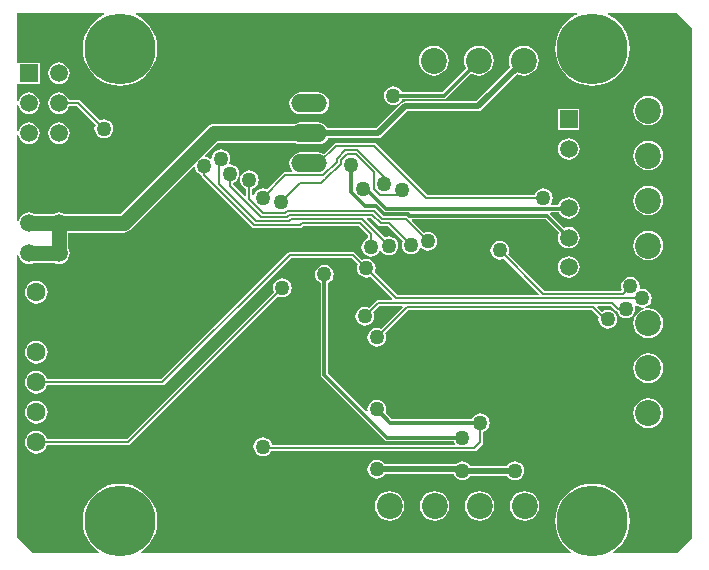
<source format=gbl>
G04 Attributes manually added*
%TF.Part,Single*%
%TF.FileFunction,Copper,L2,Bot,Signal*%
%TF.FilePolarity,Positive*%
%TF.SameCoordinates*%
%TF.CreationDate,2022-11-29T19:00:00+08:00*%
%TF.GenerationSoftware,Steve,gerbv*%
%FSLAX24Y24*%
%MOIN*%
G70*
G01*
G75*
G04 Layer_Physical_Order=2*
G04 Layer_Color=16711680*
%TAFoo,bar*%
%TA$baz*%
%ADD10R,0.0512X0.0591*%
%ADD11R,0.0453X0.0118*%
%ADD12R,0.0709X0.0512*%
%ADD13R,0.0551X0.0472*%
%ADD14R,0.0591X0.0512*%
G04:AMPARAMS|DCode=15|XSize=33.5mil|YSize=15.7mil|CornerRadius=0mil|HoleSize=0mil|Usage=FLASHONLY|Rotation=225.000|XOffset=0mil|YOffset=0mil|HoleType=Round|Shape=Rectangle|*
%AMROTATEDRECTD15*
4,1,4,0.0063,0.0174,0.0174,0.0063,-0.0063,-0.0174,-0.0174,-0.0063,0.0063,0.0174,0.0*
%
%ADD15ROTATEDRECTD15*%

%ADD16O,0.0098X0.0610*%
%ADD17O,0.0610X0.0098*%
%ADD18R,0.1000X0.0600*%
%ADD19R,0.0600X0.1000*%
G04 aperture attribs can be modified...*
%TA$baz,mango*%
%ADD20R,0.0906X0.0906*%
%ADD21R,0.0472X0.0551*%
%ADD22R,0.0591X0.0236*%
%ADD23R,0.0512X0.0709*%
%ADD24C,0.0120*%
%ADD25C,0.0200*%
%ADD26C,0.0080*%
%ADD27C,0.0500*%
%ADD28C,0.0250*%
%ADD29C,0.0400*%
%TAFoo,bumble*%
%ADD30R,0.1260X0.2756*%
%ADD31C,0.0591*%
%ADD32R,0.0591X0.0591*%
%ADD33C,0.2362*%
%ADD34C,0.0866*%
%ADD35C,0.0630*%
%ADD36O,0.1200X0.0600*%
%ADD37C,0.0500*%
%TAMyRegionType,ground plane*%
%TOMyObjectType,g36 region*%
G04 following region should get both object and aperture attrs...*
G36*
X23000Y18000D02*
Y1000D01*
X22500Y500D01*
X20399D01*
X20385Y548D01*
X20417Y568D01*
X20565Y694D01*
X20692Y843D01*
X20794Y1010D01*
X20869Y1190D01*
X20915Y1380D01*
X20930Y1575D01*
X20915Y1770D01*
X20869Y1960D01*
X20794Y2140D01*
X20692Y2307D01*
X20565Y2455D01*
X20417Y2582D01*
X20250Y2684D01*
X20070Y2759D01*
X19880Y2804D01*
X19685Y2820D01*
X19490Y2804D01*
X19300Y2759D01*
X19120Y2684D01*
X18953Y2582D01*
X18805Y2455D01*
X18678Y2307D01*
X18576Y2140D01*
X18501Y1960D01*
X18455Y1770D01*
X18440Y1575D01*
X18455Y1380D01*
X18501Y1190D01*
X18576Y1010D01*
X18678Y843D01*
X18805Y694D01*
X18953Y568D01*
X18985Y548D01*
X18972Y500D01*
X4651D01*
X4637Y548D01*
X4669Y568D01*
X4817Y694D01*
X4944Y843D01*
X5046Y1010D01*
X5121Y1190D01*
X5167Y1380D01*
X5182Y1575D01*
X5167Y1770D01*
X5121Y1960D01*
X5046Y2140D01*
X4944Y2307D01*
X4817Y2455D01*
X4669Y2582D01*
X4502Y2684D01*
X4322Y2759D01*
X4132Y2804D01*
X3937Y2820D01*
X3742Y2804D01*
X3552Y2759D01*
X3372Y2684D01*
X3205Y2582D01*
X3057Y2455D01*
X2930Y2307D01*
X2828Y2140D01*
X2753Y1960D01*
X2707Y1770D01*
X2692Y1575D01*
X2707Y1380D01*
X2753Y1190D01*
X2828Y1010D01*
X2930Y843D01*
X3057Y694D01*
X3205Y568D01*
X3237Y548D01*
X3223Y500D01*
X1050D01*
X500Y1050D01*
Y10433D01*
X550Y10437D01*
X554Y10407D01*
X590Y10321D01*
X647Y10247D01*
X721Y10190D01*
X807Y10154D01*
X900Y10142D01*
X993Y10154D01*
X1074Y10187D01*
X1726D01*
X1807Y10154D01*
X1900Y10142D01*
X1993Y10154D01*
X2079Y10190D01*
X2153Y10247D01*
X2210Y10321D01*
X2246Y10407D01*
X2258Y10500D01*
X2246Y10593D01*
X2213Y10674D01*
Y11187D01*
X4058D01*
X4058Y11187D01*
X4139Y11198D01*
X4214Y11229D01*
X4279Y11279D01*
X6388Y13388D01*
X6441Y13370D01*
X6448Y13319D01*
X6479Y13244D01*
X6529Y13179D01*
X6594Y13129D01*
X6648Y13107D01*
Y13100D01*
X6656Y13061D01*
X6678Y13028D01*
X8348Y11358D01*
X8381Y11336D01*
X8420Y11328D01*
X9935D01*
X9974Y11336D01*
X10007Y11358D01*
X10047Y11398D01*
X11908D01*
X12198Y11108D01*
Y10993D01*
X12144Y10971D01*
X12079Y10921D01*
X12029Y10856D01*
X11998Y10781D01*
X11987Y10700D01*
X11998Y10619D01*
X12029Y10544D01*
X12079Y10479D01*
X12144Y10429D01*
X12219Y10398D01*
X12300Y10387D01*
X12381Y10398D01*
X12456Y10429D01*
X12521Y10479D01*
X12571Y10544D01*
X12583Y10574D01*
X12595Y10579D01*
X12640Y10580D01*
X12679Y10529D01*
X12744Y10479D01*
X12819Y10448D01*
X12900Y10437D01*
X12981Y10448D01*
X13056Y10479D01*
X13121Y10529D01*
X13171Y10594D01*
X13202Y10669D01*
X13213Y10750D01*
X13202Y10831D01*
X13171Y10906D01*
X13121Y10971D01*
X13056Y11021D01*
X12981Y11052D01*
X12900Y11063D01*
X12819Y11052D01*
X12765Y11029D01*
X12162Y11632D01*
X12181Y11678D01*
X12299D01*
X12549Y11428D01*
X12582Y11406D01*
X12621Y11398D01*
X12874D01*
X13361Y10912D01*
X13338Y10857D01*
X13327Y10777D01*
X13338Y10696D01*
X13369Y10620D01*
X13419Y10555D01*
X13484Y10506D01*
X13559Y10474D01*
X13640Y10464D01*
X13721Y10474D01*
X13796Y10506D01*
X13861Y10555D01*
X13911Y10620D01*
X13928Y10663D01*
X13954Y10671D01*
X13987Y10673D01*
X14044Y10629D01*
X14119Y10598D01*
X14200Y10587D01*
X14281Y10598D01*
X14356Y10629D01*
X14421Y10679D01*
X14471Y10744D01*
X14502Y10819D01*
X14513Y10900D01*
X14502Y10981D01*
X14471Y11056D01*
X14421Y11121D01*
X14356Y11171D01*
X14281Y11202D01*
X14200Y11213D01*
X14119Y11202D01*
X14065Y11179D01*
X13663Y11581D01*
X13682Y11628D01*
X18121D01*
X18575Y11173D01*
X18552Y11116D01*
X18539Y11024D01*
X18552Y10931D01*
X18587Y10844D01*
X18644Y10770D01*
X18718Y10713D01*
X18805Y10677D01*
X18898Y10665D01*
X18990Y10677D01*
X19077Y10713D01*
X19151Y10770D01*
X19208Y10844D01*
X19244Y10931D01*
X19256Y11024D01*
X19244Y11116D01*
X19208Y11203D01*
X19151Y11277D01*
X19077Y11334D01*
X18990Y11370D01*
X18898Y11382D01*
X18805Y11370D01*
X18748Y11346D01*
X18287Y11808D01*
X18307Y11858D01*
X18575D01*
X18587Y11829D01*
X18644Y11754D01*
X18718Y11698D01*
X18805Y11662D01*
X18898Y11650D01*
X18990Y11662D01*
X19077Y11698D01*
X19151Y11754D01*
X19208Y11829D01*
X19244Y11915D01*
X19256Y12008D01*
X19244Y12101D01*
X19208Y12187D01*
X19151Y12261D01*
X19077Y12318D01*
X18990Y12354D01*
X18898Y12366D01*
X18805Y12354D01*
X18718Y12318D01*
X18644Y12261D01*
X18587Y12187D01*
X18552Y12102D01*
X18314D01*
X18289Y12152D01*
X18321Y12194D01*
X18352Y12269D01*
X18363Y12350D01*
X18352Y12431D01*
X18321Y12506D01*
X18271Y12571D01*
X18206Y12621D01*
X18131Y12652D01*
X18050Y12663D01*
X17969Y12652D01*
X17894Y12621D01*
X17829Y12571D01*
X17779Y12506D01*
X17757Y12452D01*
X14192D01*
X12492Y14152D01*
X12459Y14174D01*
X12420Y14182D01*
X11130D01*
X11091Y14174D01*
X11058Y14152D01*
X10724Y13818D01*
X10644Y13851D01*
X10550Y13863D01*
X9950D01*
X9856Y13851D01*
X9768Y13814D01*
X9693Y13757D01*
X9636Y13682D01*
X9599Y13594D01*
X9587Y13500D01*
X9599Y13406D01*
X9636Y13318D01*
X9687Y13252D01*
X9672Y13202D01*
X9450D01*
X9411Y13194D01*
X9378Y13172D01*
X8835Y12629D01*
X8781Y12652D01*
X8700Y12663D01*
X8619Y12652D01*
X8544Y12621D01*
X8479Y12571D01*
X8429Y12506D01*
X8402Y12441D01*
X8352Y12450D01*
Y12657D01*
X8406Y12679D01*
X8471Y12729D01*
X8521Y12794D01*
X8552Y12869D01*
X8563Y12950D01*
X8552Y13031D01*
X8521Y13106D01*
X8471Y13171D01*
X8406Y13221D01*
X8331Y13252D01*
X8250Y13263D01*
X8169Y13252D01*
X8094Y13221D01*
X8029Y13171D01*
X7979Y13106D01*
X7948Y13031D01*
X7937Y12950D01*
X7948Y12869D01*
X7979Y12794D01*
X8029Y12729D01*
X8094Y12679D01*
X8148Y12657D01*
Y12419D01*
X8102Y12399D01*
X7702Y12799D01*
Y12857D01*
X7756Y12879D01*
X7821Y12929D01*
X7871Y12994D01*
X7902Y13069D01*
X7913Y13150D01*
X7902Y13231D01*
X7871Y13306D01*
X7821Y13371D01*
X7756Y13421D01*
X7681Y13452D01*
X7609Y13461D01*
X7599Y13470D01*
X7592Y13480D01*
X7578Y13510D01*
X7602Y13569D01*
X7613Y13650D01*
X7602Y13731D01*
X7571Y13806D01*
X7521Y13871D01*
X7456Y13921D01*
X7381Y13952D01*
X7300Y13963D01*
X7219Y13952D01*
X7144Y13921D01*
X7079Y13871D01*
X7029Y13806D01*
X6998Y13731D01*
X6990Y13670D01*
X6946Y13647D01*
X6938Y13646D01*
X6906Y13671D01*
X6831Y13702D01*
X6780Y13709D01*
X6762Y13762D01*
X7188Y14187D01*
X9766D01*
X9768Y14186D01*
X9856Y14149D01*
X9950Y14137D01*
X10550D01*
X10644Y14149D01*
X10732Y14186D01*
X10807Y14243D01*
X10864Y14318D01*
X10872Y14337D01*
X12550D01*
X12612Y14349D01*
X12665Y14385D01*
X13518Y15237D01*
X15872D01*
X15935Y15249D01*
X15988Y15285D01*
X17179Y16476D01*
X17265Y16441D01*
X17394Y16424D01*
X17522Y16441D01*
X17642Y16491D01*
X17745Y16570D01*
X17824Y16673D01*
X17874Y16793D01*
X17891Y16921D01*
X17874Y17050D01*
X17824Y17170D01*
X17745Y17273D01*
X17642Y17352D01*
X17522Y17402D01*
X17394Y17419D01*
X17265Y17402D01*
X17145Y17352D01*
X17042Y17273D01*
X16963Y17170D01*
X16913Y17050D01*
X16896Y16921D01*
X16913Y16793D01*
X16949Y16707D01*
X15805Y15563D01*
X13450D01*
X13388Y15551D01*
X13335Y15515D01*
X12482Y14663D01*
X10872D01*
X10864Y14682D01*
X10807Y14757D01*
X10732Y14814D01*
X10644Y14851D01*
X10550Y14863D01*
X9950D01*
X9856Y14851D01*
X9768Y14814D01*
X9766Y14813D01*
X7058D01*
X7058Y14813D01*
X7018Y14807D01*
X6977Y14802D01*
X6939Y14786D01*
X6902Y14771D01*
X6865Y14743D01*
X6837Y14721D01*
X6837Y14721D01*
X3929Y11813D01*
X2074D01*
X1993Y11846D01*
X1900Y11858D01*
X1807Y11846D01*
X1726Y11813D01*
X1074D01*
X993Y11846D01*
X900Y11858D01*
X807Y11846D01*
X721Y11810D01*
X647Y11753D01*
X590Y11679D01*
X554Y11593D01*
X550Y11563D01*
X500Y11567D01*
Y14433D01*
X550Y14437D01*
X554Y14407D01*
X590Y14321D01*
X647Y14247D01*
X721Y14190D01*
X807Y14154D01*
X900Y14142D01*
X993Y14154D01*
X1079Y14190D01*
X1153Y14247D01*
X1210Y14321D01*
X1246Y14407D01*
X1258Y14500D01*
X1246Y14593D01*
X1210Y14679D01*
X1153Y14753D01*
X1079Y14810D01*
X993Y14846D01*
X900Y14858D01*
X807Y14846D01*
X721Y14810D01*
X647Y14753D01*
X590Y14679D01*
X554Y14593D01*
X550Y14563D01*
X500Y14567D01*
Y15433D01*
X550Y15437D01*
X554Y15407D01*
X590Y15321D01*
X647Y15247D01*
X721Y15190D01*
X807Y15154D01*
X900Y15142D01*
X993Y15154D01*
X1079Y15190D01*
X1153Y15247D01*
X1210Y15321D01*
X1246Y15407D01*
X1258Y15500D01*
X1246Y15593D01*
X1210Y15679D01*
X1153Y15753D01*
X1079Y15810D01*
X993Y15846D01*
X900Y15858D01*
X807Y15846D01*
X721Y15810D01*
X647Y15753D01*
X590Y15679D01*
X554Y15593D01*
X550Y15563D01*
X500Y15567D01*
Y16132D01*
X545Y16145D01*
X550Y16145D01*
X1255D01*
Y16855D01*
X550D01*
X545Y16855D01*
X500Y16868D01*
Y18500D01*
X3408D01*
X3417Y18451D01*
X3372Y18432D01*
X3205Y18330D01*
X3057Y18203D01*
X2930Y18055D01*
X2828Y17888D01*
X2753Y17708D01*
X2707Y17518D01*
X2692Y17323D01*
X2707Y17128D01*
X2753Y16938D01*
X2828Y16758D01*
X2930Y16591D01*
X3057Y16443D01*
X3205Y16316D01*
X3372Y16214D01*
X3552Y16139D01*
X3742Y16093D01*
X3937Y16078D01*
X4132Y16093D01*
X4322Y16139D01*
X4502Y16214D01*
X4669Y16316D01*
X4817Y16443D01*
X4944Y16591D01*
X5046Y16758D01*
X5121Y16938D01*
X5167Y17128D01*
X5182Y17323D01*
X5167Y17518D01*
X5121Y17708D01*
X5046Y17888D01*
X4944Y18055D01*
X4817Y18203D01*
X4669Y18330D01*
X4502Y18432D01*
X4457Y18451D01*
X4466Y18500D01*
X19156D01*
X19165Y18451D01*
X19120Y18432D01*
X18953Y18330D01*
X18805Y18203D01*
X18678Y18055D01*
X18576Y17888D01*
X18501Y17708D01*
X18455Y17518D01*
X18440Y17323D01*
X18455Y17128D01*
X18501Y16938D01*
X18576Y16758D01*
X18678Y16591D01*
X18805Y16443D01*
X18953Y16316D01*
X19120Y16214D01*
X19300Y16139D01*
X19490Y16093D01*
X19685Y16078D01*
X19880Y16093D01*
X20070Y16139D01*
X20250Y16214D01*
X20417Y16316D01*
X20565Y16443D01*
X20692Y16591D01*
X20794Y16758D01*
X20869Y16938D01*
X20915Y17128D01*
X20930Y17323D01*
X20915Y17518D01*
X20869Y17708D01*
X20794Y17888D01*
X20692Y18055D01*
X20565Y18203D01*
X20417Y18330D01*
X20250Y18432D01*
X20205Y18451D01*
X20214Y18500D01*
X22500D01*
X23000Y18000D01*
D02*
G37*
%LPC*%
%TAMyRegionType,ground plane thermal clear*%
%TOMyObjectType,g36 clear region*%
G36*
X1150Y7578D02*
X1052Y7565D01*
X961Y7528D01*
X883Y7467D01*
X822Y7389D01*
X785Y7298D01*
X772Y7200D01*
X785Y7102D01*
X822Y7011D01*
X883Y6933D01*
X961Y6872D01*
X1052Y6835D01*
X1150Y6822D01*
X1248Y6835D01*
X1339Y6872D01*
X1417Y6933D01*
X1478Y7011D01*
X1515Y7102D01*
X1528Y7200D01*
X1515Y7298D01*
X1478Y7389D01*
X1417Y7467D01*
X1339Y7528D01*
X1248Y7565D01*
X1150Y7578D01*
D02*
G37*
G36*
X21547Y7167D02*
X21419Y7150D01*
X21299Y7100D01*
X21196Y7021D01*
X21117Y6918D01*
X21067Y6798D01*
X21050Y6669D01*
X21067Y6541D01*
X21117Y6421D01*
X21196Y6318D01*
X21299Y6239D01*
X21419Y6189D01*
X21547Y6172D01*
X21676Y6189D01*
X21796Y6239D01*
X21899Y6318D01*
X21978Y6421D01*
X22028Y6541D01*
X22045Y6669D01*
X22028Y6798D01*
X21978Y6918D01*
X21899Y7021D01*
X21796Y7100D01*
X21676Y7150D01*
X21547Y7167D01*
D02*
G37*
G36*
X1150Y5578D02*
X1052Y5565D01*
X961Y5528D01*
X883Y5467D01*
X822Y5389D01*
X785Y5298D01*
X772Y5200D01*
X785Y5102D01*
X822Y5011D01*
X883Y4933D01*
X961Y4872D01*
X1052Y4835D01*
X1150Y4822D01*
X1248Y4835D01*
X1339Y4872D01*
X1417Y4933D01*
X1478Y5011D01*
X1515Y5102D01*
X1528Y5200D01*
X1515Y5298D01*
X1478Y5389D01*
X1417Y5467D01*
X1339Y5528D01*
X1248Y5565D01*
X1150Y5578D01*
D02*
G37*
G36*
X9350Y9663D02*
X9269Y9652D01*
X9194Y9621D01*
X9129Y9571D01*
X9079Y9506D01*
X9048Y9431D01*
X9037Y9350D01*
X9048Y9269D01*
X9071Y9215D01*
X4158Y4302D01*
X1514D01*
X1478Y4389D01*
X1417Y4467D01*
X1339Y4528D01*
X1248Y4565D01*
X1150Y4578D01*
X1052Y4565D01*
X961Y4528D01*
X883Y4467D01*
X822Y4389D01*
X785Y4298D01*
X772Y4200D01*
X785Y4102D01*
X822Y4011D01*
X883Y3933D01*
X961Y3872D01*
X1052Y3835D01*
X1150Y3822D01*
X1248Y3835D01*
X1339Y3872D01*
X1417Y3933D01*
X1478Y4011D01*
X1514Y4098D01*
X4200D01*
X4239Y4106D01*
X4272Y4128D01*
X9215Y9071D01*
X9269Y9048D01*
X9350Y9037D01*
X9431Y9048D01*
X9506Y9079D01*
X9571Y9129D01*
X9621Y9194D01*
X9652Y9269D01*
X9663Y9350D01*
X9652Y9431D01*
X9621Y9506D01*
X9571Y9571D01*
X9506Y9621D01*
X9431Y9652D01*
X9350Y9663D01*
D02*
G37*
G04 Delete attrs.  Check export consistent with this.*
%TDMyRegionType*%
%TDMyObjectType*%
G36*
X1150Y9578D02*
X1052Y9565D01*
X961Y9528D01*
X883Y9467D01*
X822Y9389D01*
X785Y9298D01*
X772Y9200D01*
X785Y9102D01*
X822Y9011D01*
X883Y8933D01*
X961Y8872D01*
X1052Y8835D01*
X1150Y8822D01*
X1248Y8835D01*
X1339Y8872D01*
X1417Y8933D01*
X1478Y9011D01*
X1515Y9102D01*
X1528Y9200D01*
X1515Y9298D01*
X1478Y9389D01*
X1417Y9467D01*
X1339Y9528D01*
X1248Y9565D01*
X1150Y9578D01*
D02*
G37*
G36*
X16600Y10913D02*
X16519Y10902D01*
X16444Y10871D01*
X16379Y10821D01*
X16329Y10756D01*
X16298Y10681D01*
X16287Y10600D01*
X16298Y10519D01*
X16329Y10444D01*
X16379Y10379D01*
X16444Y10329D01*
X16519Y10298D01*
X16600Y10287D01*
X16681Y10298D01*
X16735Y10321D01*
X17908Y9148D01*
X17889Y9102D01*
X13192D01*
X12429Y9865D01*
X12452Y9919D01*
X12463Y10000D01*
X12452Y10081D01*
X12421Y10156D01*
X12371Y10221D01*
X12306Y10271D01*
X12231Y10302D01*
X12150Y10313D01*
X12069Y10302D01*
X12015Y10280D01*
X11772Y10522D01*
X11739Y10544D01*
X11700Y10552D01*
X9600D01*
X9561Y10544D01*
X9528Y10522D01*
X5308Y6302D01*
X1514D01*
X1478Y6389D01*
X1417Y6467D01*
X1339Y6528D01*
X1248Y6565D01*
X1150Y6578D01*
X1052Y6565D01*
X961Y6528D01*
X883Y6467D01*
X822Y6389D01*
X785Y6298D01*
X772Y6200D01*
X785Y6102D01*
X822Y6011D01*
X883Y5933D01*
X961Y5872D01*
X1052Y5835D01*
X1150Y5822D01*
X1248Y5835D01*
X1339Y5872D01*
X1417Y5933D01*
X1478Y6011D01*
X1514Y6098D01*
X5350D01*
X5389Y6106D01*
X5422Y6128D01*
X9642Y10348D01*
X11658D01*
X11870Y10135D01*
X11848Y10081D01*
X11837Y10000D01*
X11848Y9919D01*
X11879Y9844D01*
X11929Y9779D01*
X11994Y9729D01*
X12069Y9698D01*
X12150Y9687D01*
X12231Y9698D01*
X12285Y9721D01*
X13008Y8998D01*
X12989Y8952D01*
X12550D01*
X12511Y8944D01*
X12478Y8922D01*
X12235Y8680D01*
X12181Y8702D01*
X12100Y8713D01*
X12019Y8702D01*
X11944Y8671D01*
X11879Y8621D01*
X11829Y8556D01*
X11798Y8481D01*
X11787Y8400D01*
X11798Y8319D01*
X11829Y8244D01*
X11879Y8179D01*
X11944Y8129D01*
X12019Y8098D01*
X12100Y8087D01*
X12181Y8098D01*
X12256Y8129D01*
X12321Y8179D01*
X12371Y8244D01*
X12402Y8319D01*
X12413Y8400D01*
X12402Y8481D01*
X12379Y8535D01*
X12592Y8748D01*
X13339D01*
X13358Y8702D01*
X12635Y7980D01*
X12581Y8002D01*
X12500Y8013D01*
X12419Y8002D01*
X12344Y7971D01*
X12279Y7921D01*
X12229Y7856D01*
X12198Y7781D01*
X12187Y7700D01*
X12198Y7619D01*
X12229Y7544D01*
X12279Y7479D01*
X12344Y7429D01*
X12419Y7398D01*
X12500Y7387D01*
X12581Y7398D01*
X12656Y7429D01*
X12721Y7479D01*
X12771Y7544D01*
X12802Y7619D01*
X12813Y7700D01*
X12802Y7781D01*
X12780Y7835D01*
X13542Y8598D01*
X19658D01*
X19895Y8361D01*
X19887Y8300D01*
X19898Y8219D01*
X19929Y8144D01*
X19979Y8079D01*
X20044Y8029D01*
X20119Y7998D01*
X20200Y7987D01*
X20281Y7998D01*
X20356Y8029D01*
X20421Y8079D01*
X20471Y8144D01*
X20502Y8219D01*
X20513Y8300D01*
X20502Y8381D01*
X20471Y8456D01*
X20421Y8521D01*
X20356Y8571D01*
X20281Y8602D01*
X20200Y8613D01*
X20119Y8602D01*
X20044Y8571D01*
X20004Y8540D01*
X19842Y8702D01*
X19861Y8748D01*
X20308D01*
X20478Y8578D01*
X20501Y8563D01*
X20529Y8494D01*
X20579Y8429D01*
X20644Y8379D01*
X20719Y8348D01*
X20800Y8337D01*
X20881Y8348D01*
X20956Y8379D01*
X21021Y8429D01*
X21071Y8494D01*
X21102Y8569D01*
X21113Y8650D01*
X21102Y8731D01*
X21099Y8739D01*
X21140Y8771D01*
X21194Y8729D01*
X21269Y8698D01*
X21350Y8687D01*
X21392Y8693D01*
X21405Y8644D01*
X21299Y8600D01*
X21196Y8521D01*
X21117Y8418D01*
X21067Y8298D01*
X21050Y8169D01*
X21067Y8041D01*
X21117Y7921D01*
X21196Y7818D01*
X21299Y7739D01*
X21419Y7689D01*
X21547Y7672D01*
X21676Y7689D01*
X21796Y7739D01*
X21899Y7818D01*
X21978Y7921D01*
X22028Y8041D01*
X22045Y8169D01*
X22028Y8298D01*
X21978Y8418D01*
X21899Y8521D01*
X21796Y8600D01*
X21676Y8650D01*
X21547Y8667D01*
X21457Y8655D01*
X21444Y8703D01*
X21506Y8729D01*
X21571Y8779D01*
X21621Y8844D01*
X21652Y8919D01*
X21663Y9000D01*
X21652Y9081D01*
X21621Y9156D01*
X21571Y9221D01*
X21506Y9271D01*
X21431Y9302D01*
X21350Y9313D01*
X21298Y9306D01*
X21297Y9306D01*
X21256Y9347D01*
X21256Y9348D01*
X21263Y9400D01*
X21252Y9481D01*
X21221Y9556D01*
X21171Y9621D01*
X21106Y9671D01*
X21031Y9702D01*
X20950Y9713D01*
X20869Y9702D01*
X20794Y9671D01*
X20729Y9621D01*
X20679Y9556D01*
X20648Y9481D01*
X20637Y9400D01*
X20648Y9319D01*
X20655Y9302D01*
X20622Y9252D01*
X18092D01*
X16880Y10465D01*
X16902Y10519D01*
X16913Y10600D01*
X16902Y10681D01*
X16871Y10756D01*
X16821Y10821D01*
X16756Y10871D01*
X16681Y10902D01*
X16600Y10913D01*
D02*
G37*
G36*
X21547Y5667D02*
X21419Y5650D01*
X21299Y5600D01*
X21196Y5521D01*
X21117Y5418D01*
X21067Y5298D01*
X21050Y5169D01*
X21067Y5041D01*
X21117Y4921D01*
X21196Y4818D01*
X21299Y4739D01*
X21419Y4689D01*
X21547Y4672D01*
X21676Y4689D01*
X21796Y4739D01*
X21899Y4818D01*
X21978Y4921D01*
X22028Y5041D01*
X22045Y5169D01*
X22028Y5298D01*
X21978Y5418D01*
X21899Y5521D01*
X21796Y5600D01*
X21676Y5650D01*
X21547Y5667D01*
D02*
G37*
G36*
X15921Y2572D02*
X15793Y2555D01*
X15673Y2506D01*
X15570Y2426D01*
X15491Y2323D01*
X15441Y2204D01*
X15424Y2075D01*
X15441Y1946D01*
X15491Y1826D01*
X15570Y1723D01*
X15673Y1644D01*
X15793Y1594D01*
X15921Y1577D01*
X16050Y1594D01*
X16170Y1644D01*
X16273Y1723D01*
X16352Y1826D01*
X16402Y1946D01*
X16419Y2075D01*
X16402Y2204D01*
X16352Y2323D01*
X16273Y2426D01*
X16170Y2506D01*
X16050Y2555D01*
X15921Y2572D01*
D02*
G37*
G36*
X14421D02*
X14293Y2555D01*
X14173Y2506D01*
X14070Y2426D01*
X13991Y2323D01*
X13941Y2204D01*
X13924Y2075D01*
X13941Y1946D01*
X13991Y1826D01*
X14070Y1723D01*
X14173Y1644D01*
X14293Y1594D01*
X14421Y1577D01*
X14550Y1594D01*
X14670Y1644D01*
X14773Y1723D01*
X14852Y1826D01*
X14902Y1946D01*
X14919Y2075D01*
X14902Y2204D01*
X14852Y2323D01*
X14773Y2426D01*
X14670Y2506D01*
X14550Y2555D01*
X14421Y2572D01*
D02*
G37*
G36*
X12921D02*
X12793Y2555D01*
X12673Y2506D01*
X12570Y2426D01*
X12491Y2323D01*
X12441Y2204D01*
X12424Y2075D01*
X12441Y1946D01*
X12491Y1826D01*
X12570Y1723D01*
X12673Y1644D01*
X12793Y1594D01*
X12921Y1577D01*
X13050Y1594D01*
X13170Y1644D01*
X13273Y1723D01*
X13352Y1826D01*
X13402Y1946D01*
X13419Y2075D01*
X13402Y2204D01*
X13352Y2323D01*
X13273Y2426D01*
X13170Y2506D01*
X13050Y2555D01*
X12921Y2572D01*
D02*
G37*
G36*
X10750Y10113D02*
X10669Y10102D01*
X10594Y10071D01*
X10529Y10021D01*
X10479Y9956D01*
X10448Y9881D01*
X10437Y9800D01*
X10448Y9719D01*
X10479Y9644D01*
X10529Y9579D01*
X10594Y9529D01*
X10628Y9515D01*
Y6450D01*
X10637Y6403D01*
X10663Y6363D01*
X12763Y4263D01*
X12803Y4237D01*
X12850Y4228D01*
X15065D01*
X15079Y4194D01*
X15111Y4152D01*
X15087Y4102D01*
X9006D01*
X9002Y4131D01*
X8971Y4206D01*
X8921Y4271D01*
X8856Y4321D01*
X8781Y4352D01*
X8700Y4363D01*
X8619Y4352D01*
X8544Y4321D01*
X8479Y4271D01*
X8429Y4206D01*
X8398Y4131D01*
X8387Y4050D01*
X8398Y3969D01*
X8429Y3894D01*
X8479Y3829D01*
X8544Y3779D01*
X8619Y3748D01*
X8700Y3737D01*
X8781Y3748D01*
X8856Y3779D01*
X8921Y3829D01*
X8971Y3894D01*
X8973Y3898D01*
X15750D01*
X15789Y3906D01*
X15822Y3928D01*
X16022Y4128D01*
X16044Y4161D01*
X16052Y4200D01*
Y4557D01*
X16106Y4579D01*
X16171Y4629D01*
X16221Y4694D01*
X16252Y4769D01*
X16263Y4850D01*
X16252Y4931D01*
X16221Y5006D01*
X16171Y5071D01*
X16106Y5121D01*
X16031Y5152D01*
X15950Y5163D01*
X15869Y5152D01*
X15794Y5121D01*
X15729Y5071D01*
X15679Y5006D01*
X15665Y4972D01*
X13001D01*
X12788Y5185D01*
X12802Y5219D01*
X12813Y5300D01*
X12802Y5381D01*
X12771Y5456D01*
X12721Y5521D01*
X12656Y5571D01*
X12581Y5602D01*
X12500Y5613D01*
X12419Y5602D01*
X12344Y5571D01*
X12279Y5521D01*
X12229Y5456D01*
X12198Y5381D01*
X12187Y5300D01*
X12194Y5250D01*
X12147Y5226D01*
X10872Y6501D01*
Y9515D01*
X10906Y9529D01*
X10971Y9579D01*
X11021Y9644D01*
X11052Y9719D01*
X11063Y9800D01*
X11052Y9881D01*
X11021Y9956D01*
X10971Y10021D01*
X10906Y10071D01*
X10831Y10102D01*
X10750Y10113D01*
D02*
G37*
G36*
X12500Y3613D02*
X12419Y3602D01*
X12344Y3571D01*
X12279Y3521D01*
X12229Y3456D01*
X12198Y3381D01*
X12187Y3300D01*
X12198Y3219D01*
X12229Y3144D01*
X12279Y3079D01*
X12344Y3029D01*
X12419Y2998D01*
X12500Y2987D01*
X12581Y2998D01*
X12656Y3029D01*
X12721Y3079D01*
X12766Y3137D01*
X15061D01*
X15079Y3094D01*
X15129Y3029D01*
X15194Y2979D01*
X15269Y2948D01*
X15350Y2937D01*
X15431Y2948D01*
X15506Y2979D01*
X15571Y3029D01*
X15616Y3087D01*
X16834D01*
X16879Y3029D01*
X16944Y2979D01*
X17019Y2948D01*
X17100Y2937D01*
X17181Y2948D01*
X17256Y2979D01*
X17321Y3029D01*
X17371Y3094D01*
X17402Y3169D01*
X17413Y3250D01*
X17402Y3331D01*
X17371Y3406D01*
X17321Y3471D01*
X17256Y3521D01*
X17181Y3552D01*
X17100Y3563D01*
X17019Y3552D01*
X16944Y3521D01*
X16879Y3471D01*
X16834Y3413D01*
X15616D01*
X15571Y3471D01*
X15506Y3521D01*
X15431Y3552D01*
X15350Y3563D01*
X15269Y3552D01*
X15194Y3521D01*
X15129Y3471D01*
X15123Y3463D01*
X12766D01*
X12721Y3521D01*
X12656Y3571D01*
X12581Y3602D01*
X12500Y3613D01*
D02*
G37*
G36*
X17421Y2572D02*
X17293Y2555D01*
X17173Y2506D01*
X17070Y2426D01*
X16991Y2323D01*
X16941Y2204D01*
X16924Y2075D01*
X16941Y1946D01*
X16991Y1826D01*
X17070Y1723D01*
X17173Y1644D01*
X17293Y1594D01*
X17421Y1577D01*
X17550Y1594D01*
X17670Y1644D01*
X17773Y1723D01*
X17852Y1826D01*
X17902Y1946D01*
X17919Y2075D01*
X17902Y2204D01*
X17852Y2323D01*
X17773Y2426D01*
X17670Y2506D01*
X17550Y2555D01*
X17421Y2572D01*
D02*
G37*
G36*
X10550Y15863D02*
X9950D01*
X9856Y15851D01*
X9768Y15814D01*
X9693Y15757D01*
X9636Y15682D01*
X9599Y15594D01*
X9587Y15500D01*
X9599Y15406D01*
X9636Y15318D01*
X9693Y15243D01*
X9768Y15186D01*
X9856Y15149D01*
X9950Y15137D01*
X10550D01*
X10644Y15149D01*
X10732Y15186D01*
X10807Y15243D01*
X10864Y15318D01*
X10901Y15406D01*
X10913Y15500D01*
X10901Y15594D01*
X10864Y15682D01*
X10807Y15757D01*
X10732Y15814D01*
X10644Y15851D01*
X10550Y15863D01*
D02*
G37*
G36*
X21547Y15753D02*
X21419Y15736D01*
X21299Y15687D01*
X21196Y15608D01*
X21117Y15505D01*
X21067Y15385D01*
X21050Y15256D01*
X21067Y15127D01*
X21117Y15007D01*
X21196Y14904D01*
X21299Y14825D01*
X21419Y14776D01*
X21547Y14759D01*
X21676Y14776D01*
X21796Y14825D01*
X21899Y14904D01*
X21978Y15007D01*
X22028Y15127D01*
X22045Y15256D01*
X22028Y15385D01*
X21978Y15505D01*
X21899Y15608D01*
X21796Y15687D01*
X21676Y15736D01*
X21547Y15753D01*
D02*
G37*
G36*
X19253Y15316D02*
X18542D01*
Y14605D01*
X19253D01*
Y15316D01*
D02*
G37*
G36*
X15894Y17419D02*
X15765Y17402D01*
X15645Y17352D01*
X15542Y17273D01*
X15463Y17170D01*
X15413Y17050D01*
X15396Y16921D01*
X15413Y16793D01*
X15463Y16673D01*
X15467Y16667D01*
X14672Y15872D01*
X13335D01*
X13321Y15906D01*
X13271Y15971D01*
X13206Y16021D01*
X13131Y16052D01*
X13050Y16063D01*
X12969Y16052D01*
X12894Y16021D01*
X12829Y15971D01*
X12779Y15906D01*
X12748Y15831D01*
X12737Y15750D01*
X12748Y15669D01*
X12779Y15594D01*
X12829Y15529D01*
X12894Y15479D01*
X12969Y15448D01*
X13050Y15437D01*
X13131Y15448D01*
X13206Y15479D01*
X13271Y15529D01*
X13321Y15594D01*
X13335Y15628D01*
X14722D01*
X14769Y15637D01*
X14809Y15663D01*
X15640Y16494D01*
X15645Y16491D01*
X15765Y16441D01*
X15894Y16424D01*
X16022Y16441D01*
X16142Y16491D01*
X16245Y16570D01*
X16324Y16673D01*
X16374Y16793D01*
X16391Y16921D01*
X16374Y17050D01*
X16324Y17170D01*
X16245Y17273D01*
X16142Y17352D01*
X16022Y17402D01*
X15894Y17419D01*
D02*
G37*
G36*
X14394D02*
X14265Y17402D01*
X14145Y17352D01*
X14042Y17273D01*
X13963Y17170D01*
X13913Y17050D01*
X13896Y16921D01*
X13913Y16793D01*
X13963Y16673D01*
X14042Y16570D01*
X14145Y16491D01*
X14265Y16441D01*
X14394Y16424D01*
X14522Y16441D01*
X14642Y16491D01*
X14745Y16570D01*
X14824Y16673D01*
X14874Y16793D01*
X14891Y16921D01*
X14874Y17050D01*
X14824Y17170D01*
X14745Y17273D01*
X14642Y17352D01*
X14522Y17402D01*
X14394Y17419D01*
D02*
G37*
G36*
X1900Y16858D02*
X1807Y16846D01*
X1721Y16810D01*
X1647Y16753D01*
X1590Y16679D01*
X1554Y16593D01*
X1542Y16500D01*
X1554Y16407D01*
X1590Y16321D01*
X1647Y16247D01*
X1721Y16190D01*
X1807Y16154D01*
X1900Y16142D01*
X1993Y16154D01*
X2079Y16190D01*
X2153Y16247D01*
X2210Y16321D01*
X2246Y16407D01*
X2258Y16500D01*
X2246Y16593D01*
X2210Y16679D01*
X2153Y16753D01*
X2079Y16810D01*
X1993Y16846D01*
X1900Y16858D01*
D02*
G37*
G36*
Y15858D02*
X1807Y15846D01*
X1721Y15810D01*
X1647Y15753D01*
X1590Y15679D01*
X1554Y15593D01*
X1542Y15500D01*
X1554Y15407D01*
X1590Y15321D01*
X1647Y15247D01*
X1721Y15190D01*
X1807Y15154D01*
X1900Y15142D01*
X1993Y15154D01*
X2079Y15190D01*
X2153Y15247D01*
X2210Y15321D01*
X2242Y15398D01*
X2508D01*
X3121Y14785D01*
X3098Y14731D01*
X3087Y14650D01*
X3098Y14569D01*
X3129Y14494D01*
X3179Y14429D01*
X3244Y14379D01*
X3319Y14348D01*
X3400Y14337D01*
X3481Y14348D01*
X3556Y14379D01*
X3621Y14429D01*
X3671Y14494D01*
X3702Y14569D01*
X3713Y14650D01*
X3702Y14731D01*
X3671Y14806D01*
X3621Y14871D01*
X3556Y14921D01*
X3481Y14952D01*
X3400Y14963D01*
X3319Y14952D01*
X3265Y14929D01*
X2622Y15572D01*
X2589Y15594D01*
X2550Y15602D01*
X2242D01*
X2210Y15679D01*
X2153Y15753D01*
X2079Y15810D01*
X1993Y15846D01*
X1900Y15858D01*
D02*
G37*
G36*
X21547Y12753D02*
X21419Y12736D01*
X21299Y12687D01*
X21196Y12608D01*
X21117Y12505D01*
X21067Y12385D01*
X21050Y12256D01*
X21067Y12127D01*
X21117Y12007D01*
X21196Y11904D01*
X21299Y11825D01*
X21419Y11776D01*
X21547Y11759D01*
X21676Y11776D01*
X21796Y11825D01*
X21899Y11904D01*
X21978Y12007D01*
X22028Y12127D01*
X22045Y12256D01*
X22028Y12385D01*
X21978Y12505D01*
X21899Y12608D01*
X21796Y12687D01*
X21676Y12736D01*
X21547Y12753D01*
D02*
G37*
G36*
Y11253D02*
X21419Y11236D01*
X21299Y11187D01*
X21196Y11108D01*
X21117Y11005D01*
X21067Y10885D01*
X21050Y10756D01*
X21067Y10627D01*
X21117Y10507D01*
X21196Y10404D01*
X21299Y10325D01*
X21419Y10276D01*
X21547Y10259D01*
X21676Y10276D01*
X21796Y10325D01*
X21899Y10404D01*
X21978Y10507D01*
X22028Y10627D01*
X22045Y10756D01*
X22028Y10885D01*
X21978Y11005D01*
X21899Y11108D01*
X21796Y11187D01*
X21676Y11236D01*
X21547Y11253D01*
D02*
G37*
G36*
X18898Y10398D02*
X18805Y10386D01*
X18718Y10350D01*
X18644Y10293D01*
X18587Y10219D01*
X18552Y10132D01*
X18539Y10039D01*
X18552Y9947D01*
X18587Y9860D01*
X18644Y9786D01*
X18718Y9729D01*
X18805Y9693D01*
X18898Y9681D01*
X18990Y9693D01*
X19077Y9729D01*
X19151Y9786D01*
X19208Y9860D01*
X19244Y9947D01*
X19256Y10039D01*
X19244Y10132D01*
X19208Y10219D01*
X19151Y10293D01*
X19077Y10350D01*
X18990Y10386D01*
X18898Y10398D01*
D02*
G37*
G36*
X1900Y14858D02*
X1807Y14846D01*
X1721Y14810D01*
X1647Y14753D01*
X1590Y14679D01*
X1554Y14593D01*
X1542Y14500D01*
X1554Y14407D01*
X1590Y14321D01*
X1647Y14247D01*
X1721Y14190D01*
X1807Y14154D01*
X1900Y14142D01*
X1993Y14154D01*
X2079Y14190D01*
X2153Y14247D01*
X2210Y14321D01*
X2246Y14407D01*
X2258Y14500D01*
X2246Y14593D01*
X2210Y14679D01*
X2153Y14753D01*
X2079Y14810D01*
X1993Y14846D01*
X1900Y14858D01*
D02*
G37*
G36*
X18898Y14335D02*
X18805Y14323D01*
X18718Y14287D01*
X18644Y14230D01*
X18587Y14156D01*
X18552Y14069D01*
X18539Y13976D01*
X18552Y13884D01*
X18587Y13797D01*
X18644Y13723D01*
X18718Y13666D01*
X18805Y13630D01*
X18898Y13618D01*
X18990Y13630D01*
X19077Y13666D01*
X19151Y13723D01*
X19208Y13797D01*
X19244Y13884D01*
X19256Y13976D01*
X19244Y14069D01*
X19208Y14156D01*
X19151Y14230D01*
X19077Y14287D01*
X18990Y14323D01*
X18898Y14335D01*
D02*
G37*
G36*
X21547Y14253D02*
X21419Y14236D01*
X21299Y14187D01*
X21196Y14108D01*
X21117Y14005D01*
X21067Y13885D01*
X21050Y13756D01*
X21067Y13627D01*
X21117Y13507D01*
X21196Y13404D01*
X21299Y13325D01*
X21419Y13276D01*
X21547Y13259D01*
X21676Y13276D01*
X21796Y13325D01*
X21899Y13404D01*
X21978Y13507D01*
X22028Y13627D01*
X22045Y13756D01*
X22028Y13885D01*
X21978Y14005D01*
X21899Y14108D01*
X21796Y14187D01*
X21676Y14236D01*
X21547Y14253D01*
D02*
G37*
%LPD*%
%TAMyRegionType,not a plane, should not see this*%
%TOMyObjectType,pads, tracks and stuff*%
G04 Following objects should not see any aper attr changes*
D24*
X10750Y6450D02*
Y9800D01*
Y6450D02*
X12850Y4350D01*
X15350D01*
X13050Y15750D02*
X14722D01*
X15894Y16921D01*
X18870Y11980D02*
X18898Y12008D01*
X18171Y11750D02*
X18898Y11024D01*
X13576Y11750D02*
X18171D01*
X12820Y11980D02*
X18870D01*
X12745Y11800D02*
X13526D01*
G04 Delete the object attr.  Check TD appears in export.*
%TDMyObjectType*%
X13576Y11750D01*
X12150Y12650D02*
X12820Y11980D01*
X12050Y12650D02*
X12150D01*
X12500Y5300D02*
X12950Y4850D01*
X15950D01*
X11650Y12527D02*
Y13450D01*
Y12527D02*
X12097Y12080D01*
X12465D01*
X12745Y11800D01*
D25*
X12500Y3300D02*
X15300D01*
X15350Y3250D01*
X10250Y14500D02*
X12550D01*
X13450Y15400D01*
X15872D01*
X17394Y16921D01*
X15350Y3250D02*
X17100D01*
D26*
X5350Y6200D02*
X9600Y10450D01*
X1150Y6200D02*
X5350D01*
X4200Y4200D02*
X9350Y9350D01*
X1150Y4200D02*
X4200D01*
X12679Y11640D02*
X13460D01*
X14200Y10900D01*
X12621Y11500D02*
X12917D01*
X13640Y10777D01*
X13200Y12450D02*
X13350Y12600D01*
X12605Y12450D02*
X13200D01*
X12400Y12655D02*
X12605Y12450D01*
X12400Y12655D02*
Y13195D01*
X12750Y12800D02*
Y13043D01*
X11853Y13940D02*
X12750Y13043D01*
X11795Y13800D02*
X12400Y13195D01*
X8700Y12350D02*
X9450Y13100D01*
X10716D01*
X11160Y13544D01*
Y13653D01*
X11447Y13940D01*
X11853D01*
X11505Y13800D02*
X11795D01*
X11300Y13595D02*
X11505Y13800D01*
X11300Y13486D02*
Y13595D01*
X10774Y12960D02*
X11300Y13486D01*
X10760Y12960D02*
X10774D01*
X10650Y12850D02*
X10760Y12960D01*
X9950Y12850D02*
X10650D01*
X9300Y12200D02*
X9950Y12850D01*
X10250Y13500D02*
X10550D01*
X11130Y14080D01*
X12420D01*
X14150Y12350D01*
X18050D01*
X12100Y8400D02*
X12550Y8850D01*
X20350D01*
X16600Y10600D02*
X18050Y9150D01*
X12500Y7700D02*
X13500Y8700D01*
X15950Y4200D02*
Y4850D01*
X15750Y4000D02*
X15950Y4200D01*
X8700Y4050D02*
X8750Y4000D01*
X15750D01*
X20350Y8850D02*
X20550Y8650D01*
X13500Y8700D02*
X19700D01*
X18050Y9150D02*
X20700D01*
X20950Y9400D01*
X20550Y8650D02*
X20800D01*
X19700Y8700D02*
X20100Y8300D01*
X20200D01*
X9600Y10450D02*
X11700D01*
X13150Y9000D01*
X21350D01*
X7250Y12800D02*
Y13600D01*
X7300Y13650D01*
X6750Y13100D02*
Y13400D01*
X8250Y12305D02*
Y12950D01*
X9445Y11850D02*
X9515Y11920D01*
X7600Y12757D02*
Y13150D01*
X9503Y11710D02*
X9573Y11780D01*
X9561Y11570D02*
X9631Y11640D01*
X6750Y13100D02*
X8420Y11430D01*
X9935D01*
X10005Y11500D01*
X7250Y12800D02*
X8480Y11570D01*
X9561D01*
X7600Y12757D02*
X8647Y11710D01*
X9503D01*
X8250Y12305D02*
X8705Y11850D01*
X9445D01*
X10005Y11500D02*
X11950D01*
X12300Y11150D01*
Y10700D02*
Y11150D01*
X9515Y11920D02*
X12399D01*
X12679Y11640D01*
X9573Y11780D02*
X12341D01*
X12621Y11500D01*
X9631Y11640D02*
X12010D01*
X12900Y10750D01*
X2550Y15500D02*
X3400Y14650D01*
X1900Y15500D02*
X2550D01*
D27*
X900Y11500D02*
X1900D01*
X900Y10500D02*
X1900D01*
Y11500D01*
X4058D01*
X7058Y14500D01*
X10250D01*
D30*
X18500Y5500D02*
D03*
D31*
X18898Y10039D02*
D03*
Y11024D02*
D03*
Y12008D02*
D03*
Y12992D02*
D03*
Y13976D02*
D03*
X1900Y10500D02*
D03*
X900D02*
D03*
X1900Y11500D02*
D03*
X900D02*
D03*
X1900Y12500D02*
D03*
X900D02*
D03*
X1900Y13500D02*
D03*
X900D02*
D03*
X1900Y14500D02*
D03*
X900D02*
D03*
X1900Y15500D02*
D03*
X900D02*
D03*
X1900Y16500D02*
D03*
D32*
X18898Y14961D02*
D03*
X900Y16500D02*
D03*
D33*
X3937Y17323D02*
D03*
Y1575D02*
D03*
X19685Y17323D02*
D03*
Y1575D02*
D03*
D34*
X21547Y10756D02*
D03*
Y12256D02*
D03*
Y13756D02*
D03*
Y15256D02*
D03*
X12921Y2075D02*
D03*
X14421D02*
D03*
X15921D02*
D03*
X17421D02*
D03*
X21547Y3669D02*
D03*
Y5169D02*
D03*
Y6669D02*
D03*
Y8169D02*
D03*
X17394Y16921D02*
D03*
X15894D02*
D03*
X14394D02*
D03*
X12894D02*
D03*
D35*
X1150Y4200D02*
D03*
Y5200D02*
D03*
Y6200D02*
D03*
Y7200D02*
D03*
Y8200D02*
D03*
Y9200D02*
D03*
D36*
X10250Y15500D02*
D03*
Y14500D02*
D03*
Y13500D02*
D03*
D37*
X12500Y3300D02*
D03*
X10750Y9800D02*
D03*
X10150Y11150D02*
D03*
X11650Y13450D02*
D03*
X12500Y5300D02*
D03*
X12100Y8400D02*
D03*
X12500Y7700D02*
D03*
X21350Y9000D02*
D03*
X16600Y10600D02*
D03*
X20950Y9400D02*
D03*
X15950Y4850D02*
D03*
X15350Y4350D02*
D03*
Y3250D02*
D03*
X14650Y14800D02*
D03*
X13050Y15750D02*
D03*
X7650Y10150D02*
D03*
X9250Y6100D02*
D03*
X13850Y7100D02*
D03*
X9350Y9350D02*
D03*
X14200Y10900D02*
D03*
X13640Y10777D02*
D03*
X7600Y13150D02*
D03*
X15600Y8200D02*
D03*
X18050Y12350D02*
D03*
X9300Y12200D02*
D03*
X8700Y12350D02*
D03*
X8250Y12950D02*
D03*
X12750Y12800D02*
D03*
X13350Y12600D02*
D03*
X12050Y12650D02*
D03*
X8700Y4050D02*
D03*
X20800Y8650D02*
D03*
X20200Y8300D02*
D03*
X12150Y10000D02*
D03*
X6750Y13400D02*
D03*
X7300Y13650D02*
D03*
X12900Y10750D02*
D03*
X12300Y10700D02*
D03*
X17100Y3250D02*
D03*
X4150Y15650D02*
D03*
X3400Y14650D02*
D03*
M02*

</source>
